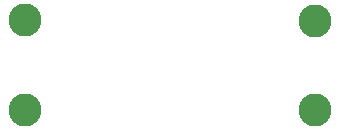
<source format=gtp>
G04 #@! TF.GenerationSoftware,KiCad,Pcbnew,(6.0.6)*
G04 #@! TF.CreationDate,2023-01-18T13:06:51-07:00*
G04 #@! TF.ProjectId,Double_MicroD_25_Gateway,446f7562-6c65-45f4-9d69-63726f445f32,rev?*
G04 #@! TF.SameCoordinates,Original*
G04 #@! TF.FileFunction,Paste,Top*
G04 #@! TF.FilePolarity,Positive*
%FSLAX46Y46*%
G04 Gerber Fmt 4.6, Leading zero omitted, Abs format (unit mm)*
G04 Created by KiCad (PCBNEW (6.0.6)) date 2023-01-18 13:06:51*
%MOMM*%
%LPD*%
G01*
G04 APERTURE LIST*
%ADD10C,2.800000*%
G04 APERTURE END LIST*
D10*
X-12275000Y3860000D03*
X12275000Y3800000D03*
X-12275000Y-3740000D03*
X12275000Y-3800000D03*
M02*

</source>
